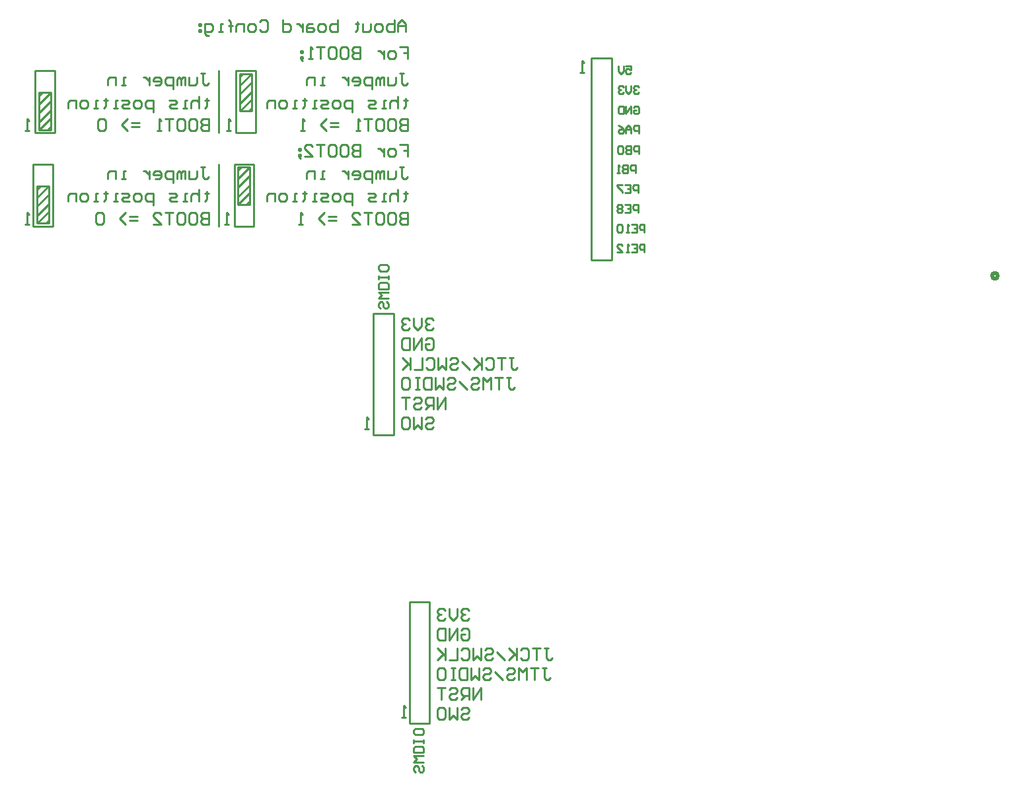
<source format=gbo>
G04*
G04 #@! TF.GenerationSoftware,Altium Limited,Altium Designer,22.4.2 (48)*
G04*
G04 Layer_Color=32896*
%FSLAX25Y25*%
%MOIN*%
G70*
G04*
G04 #@! TF.SameCoordinates,507B7574-AD96-49B3-9928-A38505287C88*
G04*
G04*
G04 #@! TF.FilePolarity,Positive*
G04*
G01*
G75*
%ADD14C,0.01000*%
%ADD17C,0.02000*%
D14*
X147638Y395276D02*
X153543D01*
X147638Y414173D02*
X153543D01*
Y395276D02*
Y414173D01*
X147638Y395276D02*
Y414173D01*
X427165Y376772D02*
X437402D01*
X427165Y478740D02*
X437402D01*
Y376772D02*
Y478740D01*
X427165Y376772D02*
Y478740D01*
X317323Y288583D02*
X327559D01*
X317323Y349606D02*
X327559D01*
Y288583D02*
Y349606D01*
X317323Y288583D02*
Y349606D01*
X249016Y404724D02*
X254921D01*
X249016Y423622D02*
X254921D01*
Y404724D02*
Y423622D01*
X249016Y404724D02*
Y423622D01*
X145669Y393701D02*
X155512D01*
X145669Y425197D02*
X155512D01*
Y393701D02*
Y425197D01*
X145669Y393701D02*
Y425197D01*
X148622Y442520D02*
X154528D01*
X148622Y461417D02*
X154528D01*
Y442520D02*
Y461417D01*
X148622Y442520D02*
Y461417D01*
X146653Y440945D02*
X156496D01*
X146653Y472441D02*
X156496D01*
Y440945D02*
Y472441D01*
X146653Y440945D02*
Y472441D01*
X247047Y393701D02*
X256890D01*
X247047Y425197D02*
X256890D01*
Y393701D02*
Y425197D01*
X247047Y393701D02*
Y425197D01*
X248031Y440945D02*
X257874D01*
X248031Y472441D02*
X257874D01*
Y440945D02*
Y472441D01*
X248031Y440945D02*
Y472441D01*
X335433Y142913D02*
X345669D01*
X335433Y203937D02*
X345669D01*
Y142913D02*
Y203937D01*
X335433Y142913D02*
Y203937D01*
X250000Y451968D02*
X255906D01*
X250000Y470866D02*
X255906D01*
Y451968D02*
Y470866D01*
X250000Y451968D02*
Y470866D01*
X239173Y393701D02*
Y425197D01*
X249016Y422047D02*
X250590Y423622D01*
X253346Y404724D02*
X254921Y406299D01*
X249016Y413386D02*
X254921Y419291D01*
X249016Y408661D02*
X254921Y414567D01*
X249016Y404724D02*
X254921Y410630D01*
X249016Y417717D02*
X254921Y423622D01*
X151969Y414173D02*
X153543D01*
X147638Y412598D02*
X149213Y414173D01*
X147638Y408268D02*
X153543Y414173D01*
X147638Y403937D02*
X153543Y409842D01*
X147638Y399213D02*
X153543Y405118D01*
X147638Y395276D02*
X153543Y401181D01*
X151969Y395276D02*
X153543Y396850D01*
X152953Y442520D02*
X154528Y444095D01*
X148622Y442520D02*
X154528Y448425D01*
X148622Y446457D02*
X154528Y452362D01*
X148622Y451181D02*
X154528Y457087D01*
X148622Y455512D02*
X154528Y461417D01*
X148622Y459842D02*
X150197Y461417D01*
X152953Y461417D02*
X154528D01*
X250000Y464961D02*
X255906Y470866D01*
X250000Y451968D02*
X255906Y457874D01*
X250000Y455905D02*
X255906Y461811D01*
X250000Y460630D02*
X255906Y466535D01*
X254331Y451968D02*
X255906Y453543D01*
X250000Y469291D02*
X251575Y470866D01*
X239173Y440945D02*
Y472441D01*
X333646Y492141D02*
Y496077D01*
X331678Y498045D01*
X329710Y496077D01*
Y492141D01*
Y495093D01*
X333646D01*
X327742Y498045D02*
Y492141D01*
X324790D01*
X323806Y493125D01*
Y494109D01*
Y495093D01*
X324790Y496077D01*
X327742D01*
X320854Y492141D02*
X318887D01*
X317903Y493125D01*
Y495093D01*
X318887Y496077D01*
X320854D01*
X321838Y495093D01*
Y493125D01*
X320854Y492141D01*
X315935Y496077D02*
Y493125D01*
X314951Y492141D01*
X311999D01*
Y496077D01*
X309047Y497061D02*
Y496077D01*
X310031D01*
X308063D01*
X309047D01*
Y493125D01*
X308063Y492141D01*
X299208Y498045D02*
Y492141D01*
X296256D01*
X295272Y493125D01*
Y494109D01*
Y495093D01*
X296256Y496077D01*
X299208D01*
X292320Y492141D02*
X290353D01*
X289369Y493125D01*
Y495093D01*
X290353Y496077D01*
X292320D01*
X293304Y495093D01*
Y493125D01*
X292320Y492141D01*
X286417Y496077D02*
X284449D01*
X283465Y495093D01*
Y492141D01*
X286417D01*
X287401Y493125D01*
X286417Y494109D01*
X283465D01*
X281497Y496077D02*
Y492141D01*
Y494109D01*
X280513Y495093D01*
X279529Y496077D01*
X278545D01*
X271658Y498045D02*
Y492141D01*
X274610D01*
X275594Y493125D01*
Y495093D01*
X274610Y496077D01*
X271658D01*
X259851Y497061D02*
X260835Y498045D01*
X262803D01*
X263786Y497061D01*
Y493125D01*
X262803Y492141D01*
X260835D01*
X259851Y493125D01*
X256899Y492141D02*
X254931D01*
X253947Y493125D01*
Y495093D01*
X254931Y496077D01*
X256899D01*
X257883Y495093D01*
Y493125D01*
X256899Y492141D01*
X251979D02*
Y496077D01*
X249027D01*
X248043Y495093D01*
Y492141D01*
X245092D02*
Y497061D01*
Y495093D01*
X246076D01*
X244108D01*
X245092D01*
Y497061D01*
X244108Y498045D01*
X241156Y492141D02*
X239188D01*
X240172D01*
Y496077D01*
X241156D01*
X234268Y490173D02*
X233284D01*
X232300Y491157D01*
Y496077D01*
X235252D01*
X236236Y495093D01*
Y493125D01*
X235252Y492141D01*
X232300D01*
X230333Y496077D02*
X229349D01*
Y495093D01*
X230333D01*
Y496077D01*
Y493125D02*
X229349D01*
Y492141D01*
X230333D01*
Y493125D01*
X384692Y317549D02*
X386691D01*
X385691D01*
Y312551D01*
X386691Y311551D01*
X387691D01*
X388690Y312551D01*
X382692Y317549D02*
X378694D01*
X380693D01*
Y311551D01*
X376694D02*
Y317549D01*
X374695Y315550D01*
X372695Y317549D01*
Y311551D01*
X366697Y316550D02*
X367697Y317549D01*
X369696D01*
X370696Y316550D01*
Y315550D01*
X369696Y314550D01*
X367697D01*
X366697Y313550D01*
Y312551D01*
X367697Y311551D01*
X369696D01*
X370696Y312551D01*
X364698Y311551D02*
X360699Y315550D01*
X354701Y316550D02*
X355701Y317549D01*
X357700D01*
X358700Y316550D01*
Y315550D01*
X357700Y314550D01*
X355701D01*
X354701Y313550D01*
Y312551D01*
X355701Y311551D01*
X357700D01*
X358700Y312551D01*
X352702Y317549D02*
Y311551D01*
X350703Y313550D01*
X348703Y311551D01*
Y317549D01*
X346704D02*
Y311551D01*
X343705D01*
X342705Y312551D01*
Y316550D01*
X343705Y317549D01*
X346704D01*
X340706D02*
X338706D01*
X339706D01*
Y311551D01*
X340706D01*
X338706D01*
X332708Y317549D02*
X334708D01*
X335707Y316550D01*
Y312551D01*
X334708Y311551D01*
X332708D01*
X331709Y312551D01*
Y316550D01*
X332708Y317549D01*
X365420Y199896D02*
X364420Y200896D01*
X362421D01*
X361421Y199896D01*
Y198896D01*
X362421Y197897D01*
X363421D01*
X362421D01*
X361421Y196897D01*
Y195897D01*
X362421Y194898D01*
X364420D01*
X365420Y195897D01*
X359422Y200896D02*
Y196897D01*
X357423Y194898D01*
X355423Y196897D01*
Y200896D01*
X353424Y199896D02*
X352424Y200896D01*
X350425D01*
X349425Y199896D01*
Y198896D01*
X350425Y197897D01*
X351425D01*
X350425D01*
X349425Y196897D01*
Y195897D01*
X350425Y194898D01*
X352424D01*
X353424Y195897D01*
X402408Y170896D02*
X404407D01*
X403408D01*
Y165897D01*
X404407Y164898D01*
X405407D01*
X406407Y165897D01*
X400409Y170896D02*
X396410D01*
X398409D01*
Y164898D01*
X394411D02*
Y170896D01*
X392411Y168896D01*
X390412Y170896D01*
Y164898D01*
X384414Y169896D02*
X385414Y170896D01*
X387413D01*
X388413Y169896D01*
Y168896D01*
X387413Y167897D01*
X385414D01*
X384414Y166897D01*
Y165897D01*
X385414Y164898D01*
X387413D01*
X388413Y165897D01*
X382415Y164898D02*
X378416Y168896D01*
X372418Y169896D02*
X373417Y170896D01*
X375417D01*
X376416Y169896D01*
Y168896D01*
X375417Y167897D01*
X373417D01*
X372418Y166897D01*
Y165897D01*
X373417Y164898D01*
X375417D01*
X376416Y165897D01*
X370418Y170896D02*
Y164898D01*
X368419Y166897D01*
X366420Y164898D01*
Y170896D01*
X364420D02*
Y164898D01*
X361421D01*
X360422Y165897D01*
Y169896D01*
X361421Y170896D01*
X364420D01*
X358422D02*
X356423D01*
X357423D01*
Y164898D01*
X358422D01*
X356423D01*
X350425Y170896D02*
X352424D01*
X353424Y169896D01*
Y165897D01*
X352424Y164898D01*
X350425D01*
X349425Y165897D01*
Y169896D01*
X350425Y170896D01*
X330631Y471137D02*
X332631D01*
X331631D01*
Y466139D01*
X332631Y465139D01*
X333630D01*
X334630Y466139D01*
X328632Y469138D02*
Y466139D01*
X327632Y465139D01*
X324633D01*
Y469138D01*
X322634Y465139D02*
Y469138D01*
X321634D01*
X320635Y468138D01*
Y465139D01*
Y468138D01*
X319635Y469138D01*
X318635Y468138D01*
Y465139D01*
X316636Y463140D02*
Y469138D01*
X313637D01*
X312637Y468138D01*
Y466139D01*
X313637Y465139D01*
X316636D01*
X307639D02*
X309638D01*
X310638Y466139D01*
Y468138D01*
X309638Y469138D01*
X307639D01*
X306639Y468138D01*
Y467138D01*
X310638D01*
X304640Y469138D02*
Y465139D01*
Y467138D01*
X303640Y468138D01*
X302640Y469138D01*
X301641D01*
X292643Y465139D02*
X290644D01*
X291644D01*
Y469138D01*
X292643D01*
X287645Y465139D02*
Y469138D01*
X284646D01*
X283646Y468138D01*
Y465139D01*
X333630Y458540D02*
Y457541D01*
X334630D01*
X332631D01*
X333630D01*
Y454542D01*
X332631Y453542D01*
X329632Y459540D02*
Y453542D01*
Y456541D01*
X328632Y457541D01*
X326632D01*
X325633Y456541D01*
Y453542D01*
X323634D02*
X321634D01*
X322634D01*
Y457541D01*
X323634D01*
X318635Y453542D02*
X315636D01*
X314636Y454542D01*
X315636Y455541D01*
X317635D01*
X318635Y456541D01*
X317635Y457541D01*
X314636D01*
X306639Y451543D02*
Y457541D01*
X303640D01*
X302640Y456541D01*
Y454542D01*
X303640Y453542D01*
X306639D01*
X299641D02*
X297642D01*
X296642Y454542D01*
Y456541D01*
X297642Y457541D01*
X299641D01*
X300641Y456541D01*
Y454542D01*
X299641Y453542D01*
X294643D02*
X291644D01*
X290644Y454542D01*
X291644Y455541D01*
X293643D01*
X294643Y456541D01*
X293643Y457541D01*
X290644D01*
X288645Y453542D02*
X286646D01*
X287645D01*
Y457541D01*
X288645D01*
X282647Y458540D02*
Y457541D01*
X283646D01*
X281647D01*
X282647D01*
Y454542D01*
X281647Y453542D01*
X278648D02*
X276649D01*
X277648D01*
Y457541D01*
X278648D01*
X272650Y453542D02*
X270651D01*
X269651Y454542D01*
Y456541D01*
X270651Y457541D01*
X272650D01*
X273650Y456541D01*
Y454542D01*
X272650Y453542D01*
X267652D02*
Y457541D01*
X264653D01*
X263653Y456541D01*
Y453542D01*
X334630Y447943D02*
Y441945D01*
X331631D01*
X330631Y442945D01*
Y443944D01*
X331631Y444944D01*
X334630D01*
X331631D01*
X330631Y445944D01*
Y446943D01*
X331631Y447943D01*
X334630D01*
X325633D02*
X327632D01*
X328632Y446943D01*
Y442945D01*
X327632Y441945D01*
X325633D01*
X324633Y442945D01*
Y446943D01*
X325633Y447943D01*
X319635D02*
X321634D01*
X322634Y446943D01*
Y442945D01*
X321634Y441945D01*
X319635D01*
X318635Y442945D01*
Y446943D01*
X319635Y447943D01*
X316636D02*
X312637D01*
X314636D01*
Y441945D01*
X310638D02*
X308638D01*
X309638D01*
Y447943D01*
X310638Y446943D01*
X299641Y443944D02*
X295642D01*
X299641Y445944D02*
X295642D01*
X293643Y441945D02*
X290644Y444944D01*
X293643Y447943D01*
X282647Y441945D02*
X280647D01*
X281647D01*
Y447943D01*
X282647Y446943D01*
X371418Y154898D02*
Y160896D01*
X367419Y154898D01*
Y160896D01*
X365420Y154898D02*
Y160896D01*
X362421D01*
X361421Y159896D01*
Y157897D01*
X362421Y156897D01*
X365420D01*
X363421D02*
X361421Y154898D01*
X355423Y159896D02*
X356423Y160896D01*
X358422D01*
X359422Y159896D01*
Y158896D01*
X358422Y157897D01*
X356423D01*
X355423Y156897D01*
Y155897D01*
X356423Y154898D01*
X358422D01*
X359422Y155897D01*
X353424Y160896D02*
X349425D01*
X351425D01*
Y154898D01*
X343705Y296550D02*
X344705Y297549D01*
X346704D01*
X347704Y296550D01*
Y295550D01*
X346704Y294550D01*
X344705D01*
X343705Y293550D01*
Y292551D01*
X344705Y291551D01*
X346704D01*
X347704Y292551D01*
X341705Y297549D02*
Y291551D01*
X339706Y293550D01*
X337707Y291551D01*
Y297549D01*
X332708D02*
X334708D01*
X335707Y296550D01*
Y292551D01*
X334708Y291551D01*
X332708D01*
X331709Y292551D01*
Y296550D01*
X332708Y297549D01*
X230238Y471137D02*
X232237D01*
X231237D01*
Y466139D01*
X232237Y465139D01*
X233237D01*
X234236Y466139D01*
X228238Y469138D02*
Y466139D01*
X227238Y465139D01*
X224239D01*
Y469138D01*
X222240Y465139D02*
Y469138D01*
X221240D01*
X220241Y468138D01*
Y465139D01*
Y468138D01*
X219241Y469138D01*
X218241Y468138D01*
Y465139D01*
X216242Y463140D02*
Y469138D01*
X213243D01*
X212243Y468138D01*
Y466139D01*
X213243Y465139D01*
X216242D01*
X207245D02*
X209244D01*
X210244Y466139D01*
Y468138D01*
X209244Y469138D01*
X207245D01*
X206245Y468138D01*
Y467138D01*
X210244D01*
X204246Y469138D02*
Y465139D01*
Y467138D01*
X203246Y468138D01*
X202247Y469138D01*
X201247D01*
X192250Y465139D02*
X190251D01*
X191250D01*
Y469138D01*
X192250D01*
X187251Y465139D02*
Y469138D01*
X184252D01*
X183253Y468138D01*
Y465139D01*
X233237Y458540D02*
Y457541D01*
X234236D01*
X232237D01*
X233237D01*
Y454542D01*
X232237Y453542D01*
X229238Y459540D02*
Y453542D01*
Y456541D01*
X228238Y457541D01*
X226239D01*
X225239Y456541D01*
Y453542D01*
X223240D02*
X221240D01*
X222240D01*
Y457541D01*
X223240D01*
X218241Y453542D02*
X215242D01*
X214243Y454542D01*
X215242Y455541D01*
X217242D01*
X218241Y456541D01*
X217242Y457541D01*
X214243D01*
X206245Y451543D02*
Y457541D01*
X203246D01*
X202247Y456541D01*
Y454542D01*
X203246Y453542D01*
X206245D01*
X199248D02*
X197248D01*
X196248Y454542D01*
Y456541D01*
X197248Y457541D01*
X199248D01*
X200247Y456541D01*
Y454542D01*
X199248Y453542D01*
X194249D02*
X191250D01*
X190251Y454542D01*
X191250Y455541D01*
X193249D01*
X194249Y456541D01*
X193249Y457541D01*
X190251D01*
X188251Y453542D02*
X186252D01*
X187251D01*
Y457541D01*
X188251D01*
X182253Y458540D02*
Y457541D01*
X183253D01*
X181253D01*
X182253D01*
Y454542D01*
X181253Y453542D01*
X178254D02*
X176255D01*
X177255D01*
Y457541D01*
X178254D01*
X172256Y453542D02*
X170257D01*
X169257Y454542D01*
Y456541D01*
X170257Y457541D01*
X172256D01*
X173256Y456541D01*
Y454542D01*
X172256Y453542D01*
X167258D02*
Y457541D01*
X164259D01*
X163259Y456541D01*
Y453542D01*
X234236Y447943D02*
Y441945D01*
X231237D01*
X230238Y442945D01*
Y443944D01*
X231237Y444944D01*
X234236D01*
X231237D01*
X230238Y445944D01*
Y446943D01*
X231237Y447943D01*
X234236D01*
X225239D02*
X227238D01*
X228238Y446943D01*
Y442945D01*
X227238Y441945D01*
X225239D01*
X224239Y442945D01*
Y446943D01*
X225239Y447943D01*
X219241D02*
X221240D01*
X222240Y446943D01*
Y442945D01*
X221240Y441945D01*
X219241D01*
X218241Y442945D01*
Y446943D01*
X219241Y447943D01*
X216242D02*
X212243D01*
X214243D01*
Y441945D01*
X210244D02*
X208245D01*
X209244D01*
Y447943D01*
X210244Y446943D01*
X199248Y443944D02*
X195249D01*
X199248Y445944D02*
X195249D01*
X193249Y441945D02*
X190251Y444944D01*
X193249Y447943D01*
X182253Y446943D02*
X181253Y447943D01*
X179254D01*
X178254Y446943D01*
Y442945D01*
X179254Y441945D01*
X181253D01*
X182253Y442945D01*
Y446943D01*
X361421Y189896D02*
X362421Y190896D01*
X364420D01*
X365420Y189896D01*
Y185897D01*
X364420Y184898D01*
X362421D01*
X361421Y185897D01*
Y187897D01*
X363421D01*
X359422Y184898D02*
Y190896D01*
X355423Y184898D01*
Y190896D01*
X353424D02*
Y184898D01*
X350425D01*
X349425Y185897D01*
Y189896D01*
X350425Y190896D01*
X353424D01*
X347704Y346550D02*
X346704Y347549D01*
X344705D01*
X343705Y346550D01*
Y345550D01*
X344705Y344550D01*
X345704D01*
X344705D01*
X343705Y343550D01*
Y342551D01*
X344705Y341551D01*
X346704D01*
X347704Y342551D01*
X341705Y347549D02*
Y343550D01*
X339706Y341551D01*
X337707Y343550D01*
Y347549D01*
X335707Y346550D02*
X334708Y347549D01*
X332708D01*
X331709Y346550D01*
Y345550D01*
X332708Y344550D01*
X333708D01*
X332708D01*
X331709Y343550D01*
Y342551D01*
X332708Y341551D01*
X334708D01*
X335707Y342551D01*
X330631Y423893D02*
X332631D01*
X331631D01*
Y418894D01*
X332631Y417895D01*
X333630D01*
X334630Y418894D01*
X328632Y421894D02*
Y418894D01*
X327632Y417895D01*
X324633D01*
Y421894D01*
X322634Y417895D02*
Y421894D01*
X321634D01*
X320635Y420894D01*
Y417895D01*
Y420894D01*
X319635Y421894D01*
X318635Y420894D01*
Y417895D01*
X316636Y415896D02*
Y421894D01*
X313637D01*
X312637Y420894D01*
Y418894D01*
X313637Y417895D01*
X316636D01*
X307639D02*
X309638D01*
X310638Y418894D01*
Y420894D01*
X309638Y421894D01*
X307639D01*
X306639Y420894D01*
Y419894D01*
X310638D01*
X304640Y421894D02*
Y417895D01*
Y419894D01*
X303640Y420894D01*
X302640Y421894D01*
X301641D01*
X292643Y417895D02*
X290644D01*
X291644D01*
Y421894D01*
X292643D01*
X287645Y417895D02*
Y421894D01*
X284646D01*
X283646Y420894D01*
Y417895D01*
X333630Y411296D02*
Y410296D01*
X334630D01*
X332631D01*
X333630D01*
Y407298D01*
X332631Y406298D01*
X329631Y412296D02*
Y406298D01*
Y409297D01*
X328632Y410296D01*
X326632D01*
X325633Y409297D01*
Y406298D01*
X323634D02*
X321634D01*
X322634D01*
Y410296D01*
X323634D01*
X318635Y406298D02*
X315636D01*
X314636Y407298D01*
X315636Y408297D01*
X317635D01*
X318635Y409297D01*
X317635Y410296D01*
X314636D01*
X306639Y404298D02*
Y410296D01*
X303640D01*
X302640Y409297D01*
Y407298D01*
X303640Y406298D01*
X306639D01*
X299641D02*
X297642D01*
X296642Y407298D01*
Y409297D01*
X297642Y410296D01*
X299641D01*
X300641Y409297D01*
Y407298D01*
X299641Y406298D01*
X294643D02*
X291644D01*
X290644Y407298D01*
X291644Y408297D01*
X293643D01*
X294643Y409297D01*
X293643Y410296D01*
X290644D01*
X288645Y406298D02*
X286645D01*
X287645D01*
Y410296D01*
X288645D01*
X282647Y411296D02*
Y410296D01*
X283646D01*
X281647D01*
X282647D01*
Y407298D01*
X281647Y406298D01*
X278648D02*
X276649D01*
X277648D01*
Y410296D01*
X278648D01*
X272650Y406298D02*
X270651D01*
X269651Y407298D01*
Y409297D01*
X270651Y410296D01*
X272650D01*
X273650Y409297D01*
Y407298D01*
X272650Y406298D01*
X267652D02*
Y410296D01*
X264653D01*
X263653Y409297D01*
Y406298D01*
X334630Y400699D02*
Y394701D01*
X331631D01*
X330631Y395701D01*
Y396700D01*
X331631Y397700D01*
X334630D01*
X331631D01*
X330631Y398699D01*
Y399699D01*
X331631Y400699D01*
X334630D01*
X325633D02*
X327632D01*
X328632Y399699D01*
Y395701D01*
X327632Y394701D01*
X325633D01*
X324633Y395701D01*
Y399699D01*
X325633Y400699D01*
X319635D02*
X321634D01*
X322634Y399699D01*
Y395701D01*
X321634Y394701D01*
X319635D01*
X318635Y395701D01*
Y399699D01*
X319635Y400699D01*
X316636D02*
X312637D01*
X314636D01*
Y394701D01*
X306639D02*
X310638D01*
X306639Y398699D01*
Y399699D01*
X307639Y400699D01*
X309638D01*
X310638Y399699D01*
X298642Y396700D02*
X294643D01*
X298642Y398699D02*
X294643D01*
X292643Y394701D02*
X289645Y397700D01*
X292643Y400699D01*
X281647Y394701D02*
X279648D01*
X280647D01*
Y400699D01*
X281647Y399699D01*
X343705Y336550D02*
X344705Y337549D01*
X346704D01*
X347704Y336550D01*
Y332551D01*
X346704Y331551D01*
X344705D01*
X343705Y332551D01*
Y334550D01*
X345704D01*
X341705Y331551D02*
Y337549D01*
X337707Y331551D01*
Y337549D01*
X335707D02*
Y331551D01*
X332708D01*
X331709Y332551D01*
Y336550D01*
X332708Y337549D01*
X335707D01*
X353702Y301551D02*
Y307549D01*
X349703Y301551D01*
Y307549D01*
X347704Y301551D02*
Y307549D01*
X344705D01*
X343705Y306550D01*
Y304550D01*
X344705Y303551D01*
X347704D01*
X345704D02*
X343705Y301551D01*
X337707Y306550D02*
X338706Y307549D01*
X340706D01*
X341705Y306550D01*
Y305550D01*
X340706Y304550D01*
X338706D01*
X337707Y303551D01*
Y302551D01*
X338706Y301551D01*
X340706D01*
X341705Y302551D01*
X335707Y307549D02*
X331709D01*
X333708D01*
Y301551D01*
X361421Y149896D02*
X362421Y150896D01*
X364420D01*
X365420Y149896D01*
Y148896D01*
X364420Y147897D01*
X362421D01*
X361421Y146897D01*
Y145897D01*
X362421Y144898D01*
X364420D01*
X365420Y145897D01*
X359422Y150896D02*
Y144898D01*
X357423Y146897D01*
X355423Y144898D01*
Y150896D01*
X350425D02*
X352424D01*
X353424Y149896D01*
Y145897D01*
X352424Y144898D01*
X350425D01*
X349425Y145897D01*
Y149896D01*
X350425Y150896D01*
X230238Y423893D02*
X232237D01*
X231237D01*
Y418894D01*
X232237Y417895D01*
X233237D01*
X234236Y418894D01*
X228238Y421894D02*
Y418894D01*
X227238Y417895D01*
X224239D01*
Y421894D01*
X222240Y417895D02*
Y421894D01*
X221240D01*
X220241Y420894D01*
Y417895D01*
Y420894D01*
X219241Y421894D01*
X218241Y420894D01*
Y417895D01*
X216242Y415896D02*
Y421894D01*
X213243D01*
X212243Y420894D01*
Y418894D01*
X213243Y417895D01*
X216242D01*
X207245D02*
X209244D01*
X210244Y418894D01*
Y420894D01*
X209244Y421894D01*
X207245D01*
X206245Y420894D01*
Y419894D01*
X210244D01*
X204246Y421894D02*
Y417895D01*
Y419894D01*
X203246Y420894D01*
X202247Y421894D01*
X201247D01*
X192250Y417895D02*
X190251D01*
X191250D01*
Y421894D01*
X192250D01*
X187251Y417895D02*
Y421894D01*
X184252D01*
X183253Y420894D01*
Y417895D01*
X233237Y411296D02*
Y410296D01*
X234236D01*
X232237D01*
X233237D01*
Y407298D01*
X232237Y406298D01*
X229238Y412296D02*
Y406298D01*
Y409297D01*
X228238Y410296D01*
X226239D01*
X225239Y409297D01*
Y406298D01*
X223240D02*
X221240D01*
X222240D01*
Y410296D01*
X223240D01*
X218241Y406298D02*
X215242D01*
X214243Y407298D01*
X215242Y408297D01*
X217242D01*
X218241Y409297D01*
X217242Y410296D01*
X214243D01*
X206245Y404298D02*
Y410296D01*
X203246D01*
X202247Y409297D01*
Y407298D01*
X203246Y406298D01*
X206245D01*
X199248D02*
X197248D01*
X196248Y407298D01*
Y409297D01*
X197248Y410296D01*
X199248D01*
X200247Y409297D01*
Y407298D01*
X199248Y406298D01*
X194249D02*
X191250D01*
X190251Y407298D01*
X191250Y408297D01*
X193249D01*
X194249Y409297D01*
X193249Y410296D01*
X190251D01*
X188251Y406298D02*
X186252D01*
X187251D01*
Y410296D01*
X188251D01*
X182253Y411296D02*
Y410296D01*
X183253D01*
X181253D01*
X182253D01*
Y407298D01*
X181253Y406298D01*
X178254D02*
X176255D01*
X177255D01*
Y410296D01*
X178254D01*
X172256Y406298D02*
X170257D01*
X169257Y407298D01*
Y409297D01*
X170257Y410296D01*
X172256D01*
X173256Y409297D01*
Y407298D01*
X172256Y406298D01*
X167258D02*
Y410296D01*
X164259D01*
X163259Y409297D01*
Y406298D01*
X234236Y400699D02*
Y394701D01*
X231237D01*
X230238Y395701D01*
Y396700D01*
X231237Y397700D01*
X234236D01*
X231237D01*
X230238Y398699D01*
Y399699D01*
X231237Y400699D01*
X234236D01*
X225239D02*
X227238D01*
X228238Y399699D01*
Y395701D01*
X227238Y394701D01*
X225239D01*
X224239Y395701D01*
Y399699D01*
X225239Y400699D01*
X219241D02*
X221240D01*
X222240Y399699D01*
Y395701D01*
X221240Y394701D01*
X219241D01*
X218241Y395701D01*
Y399699D01*
X219241Y400699D01*
X216242D02*
X212243D01*
X214243D01*
Y394701D01*
X206245D02*
X210244D01*
X206245Y398699D01*
Y399699D01*
X207245Y400699D01*
X209244D01*
X210244Y399699D01*
X198248Y396700D02*
X194249D01*
X198248Y398699D02*
X194249D01*
X192250Y394701D02*
X189251Y397700D01*
X192250Y400699D01*
X181253Y399699D02*
X180254Y400699D01*
X178254D01*
X177255Y399699D01*
Y395701D01*
X178254Y394701D01*
X180254D01*
X181253Y395701D01*
Y399699D01*
X423410Y471472D02*
X421410D01*
X422410D01*
Y477470D01*
X423410Y476471D01*
X451259Y440764D02*
Y444699D01*
X449291D01*
X448635Y444044D01*
Y442732D01*
X449291Y442076D01*
X451259D01*
X447323Y440764D02*
Y443388D01*
X446011Y444699D01*
X444699Y443388D01*
Y440764D01*
Y442732D01*
X447323D01*
X440764Y444699D02*
X442076Y444044D01*
X443388Y442732D01*
Y441420D01*
X442732Y440764D01*
X441420D01*
X440764Y441420D01*
Y442076D01*
X441420Y442732D01*
X443388D01*
X454043Y380685D02*
Y384621D01*
X452075D01*
X451419Y383965D01*
Y382653D01*
X452075Y381997D01*
X454043D01*
X447484Y384621D02*
X450108D01*
Y380685D01*
X447484D01*
X450108Y382653D02*
X448796D01*
X446172Y380685D02*
X444860D01*
X445516D01*
Y384621D01*
X446172Y383965D01*
X440268Y380685D02*
X442892D01*
X440268Y383309D01*
Y383965D01*
X440924Y384621D01*
X442236D01*
X442892Y383965D01*
X454043Y390685D02*
Y394621D01*
X452075D01*
X451419Y393965D01*
Y392653D01*
X452075Y391997D01*
X454043D01*
X447484Y394621D02*
X450108D01*
Y390685D01*
X447484D01*
X450108Y392653D02*
X448796D01*
X446172Y390685D02*
X444860D01*
X445516D01*
Y394621D01*
X446172Y393965D01*
X442892D02*
X442236Y394621D01*
X440924D01*
X440268Y393965D01*
Y391341D01*
X440924Y390685D01*
X442236D01*
X442892Y391341D01*
Y393965D01*
X450764Y400685D02*
Y404621D01*
X448796D01*
X448140Y403965D01*
Y402653D01*
X448796Y401997D01*
X450764D01*
X444204Y404621D02*
X446828D01*
Y400685D01*
X444204D01*
X446828Y402653D02*
X445516D01*
X442892Y403965D02*
X442236Y404621D01*
X440924D01*
X440268Y403965D01*
Y403309D01*
X440924Y402653D01*
X440268Y401997D01*
Y401341D01*
X440924Y400685D01*
X442236D01*
X442892Y401341D01*
Y401997D01*
X442236Y402653D01*
X442892Y403309D01*
Y403965D01*
X442236Y402653D02*
X440924D01*
X450764Y410685D02*
Y414621D01*
X448796D01*
X448140Y413965D01*
Y412653D01*
X448796Y411997D01*
X450764D01*
X444204Y414621D02*
X446828D01*
Y410685D01*
X444204D01*
X446828Y412653D02*
X445516D01*
X442892Y414621D02*
X440268D01*
Y413965D01*
X442892Y411341D01*
Y410685D01*
X449452Y420685D02*
Y424621D01*
X447484D01*
X446828Y423965D01*
Y422653D01*
X447484Y421997D01*
X449452D01*
X445516Y424621D02*
Y420685D01*
X443548D01*
X442892Y421341D01*
Y421997D01*
X443548Y422653D01*
X445516D01*
X443548D01*
X442892Y423309D01*
Y423965D01*
X443548Y424621D01*
X445516D01*
X441580Y420685D02*
X440268D01*
X440924D01*
Y424621D01*
X441580Y423965D01*
X451157Y430528D02*
Y434463D01*
X449189D01*
X448533Y433807D01*
Y432495D01*
X449189Y431840D01*
X451157D01*
X447222Y434463D02*
Y430528D01*
X445254D01*
X444598Y431183D01*
Y431840D01*
X445254Y432495D01*
X447222D01*
X445254D01*
X444598Y433151D01*
Y433807D01*
X445254Y434463D01*
X447222D01*
X443286Y433807D02*
X442630Y434463D01*
X441318D01*
X440662Y433807D01*
Y431183D01*
X441318Y430528D01*
X442630D01*
X443286Y431183D01*
Y433807D01*
X448635Y453886D02*
X449291Y454542D01*
X450603D01*
X451259Y453886D01*
Y451262D01*
X450603Y450606D01*
X449291D01*
X448635Y451262D01*
Y452574D01*
X449947D01*
X447323Y450606D02*
Y454542D01*
X444699Y450606D01*
Y454542D01*
X443388D02*
Y450606D01*
X441420D01*
X440764Y451262D01*
Y453886D01*
X441420Y454542D01*
X443388D01*
X451259Y464122D02*
X450603Y464778D01*
X449291D01*
X448635Y464122D01*
Y463466D01*
X449291Y462810D01*
X449947D01*
X449291D01*
X448635Y462154D01*
Y461498D01*
X449291Y460843D01*
X450603D01*
X451259Y461498D01*
X447323Y464778D02*
Y462154D01*
X446011Y460843D01*
X444699Y462154D01*
Y464778D01*
X443388Y464122D02*
X442732Y464778D01*
X441420D01*
X440764Y464122D01*
Y463466D01*
X441420Y462810D01*
X442076D01*
X441420D01*
X440764Y462154D01*
Y461498D01*
X441420Y460843D01*
X442732D01*
X443388Y461498D01*
X444699Y474621D02*
X447323D01*
Y472653D01*
X446011Y473309D01*
X445356D01*
X444699Y472653D01*
Y471341D01*
X445356Y470685D01*
X446667D01*
X447323Y471341D01*
X443388Y474621D02*
Y471997D01*
X442076Y470685D01*
X440764Y471997D01*
Y474621D01*
X403466Y180896D02*
X405465D01*
X404465D01*
Y175897D01*
X405465Y174898D01*
X406465D01*
X407465Y175897D01*
X401467Y180896D02*
X397468D01*
X399467D01*
Y174898D01*
X391470Y179896D02*
X392469Y180896D01*
X394469D01*
X395468Y179896D01*
Y175897D01*
X394469Y174898D01*
X392469D01*
X391470Y175897D01*
X389470Y180896D02*
Y174898D01*
Y176897D01*
X385472Y180896D01*
X388471Y177897D01*
X385472Y174898D01*
X383472D02*
X379474Y178896D01*
X373476Y179896D02*
X374475Y180896D01*
X376475D01*
X377474Y179896D01*
Y178896D01*
X376475Y177897D01*
X374475D01*
X373476Y176897D01*
Y175897D01*
X374475Y174898D01*
X376475D01*
X377474Y175897D01*
X371476Y180896D02*
Y174898D01*
X369477Y176897D01*
X367477Y174898D01*
Y180896D01*
X361479Y179896D02*
X362479Y180896D01*
X364478D01*
X365478Y179896D01*
Y175897D01*
X364478Y174898D01*
X362479D01*
X361479Y175897D01*
X359480Y180896D02*
Y174898D01*
X355481D01*
X353482Y180896D02*
Y174898D01*
Y176897D01*
X349483Y180896D01*
X352482Y177897D01*
X349483Y174898D01*
X385749Y327549D02*
X387749D01*
X386749D01*
Y322551D01*
X387749Y321551D01*
X388748D01*
X389748Y322551D01*
X383750Y327549D02*
X379751D01*
X381751D01*
Y321551D01*
X373753Y326550D02*
X374753Y327549D01*
X376752D01*
X377752Y326550D01*
Y322551D01*
X376752Y321551D01*
X374753D01*
X373753Y322551D01*
X371754Y327549D02*
Y321551D01*
Y323551D01*
X367755Y327549D01*
X370754Y324550D01*
X367755Y321551D01*
X365756D02*
X361757Y325550D01*
X355759Y326550D02*
X356759Y327549D01*
X358758D01*
X359758Y326550D01*
Y325550D01*
X358758Y324550D01*
X356759D01*
X355759Y323551D01*
Y322551D01*
X356759Y321551D01*
X358758D01*
X359758Y322551D01*
X353760Y327549D02*
Y321551D01*
X351760Y323551D01*
X349761Y321551D01*
Y327549D01*
X343763Y326550D02*
X344763Y327549D01*
X346762D01*
X347762Y326550D01*
Y322551D01*
X346762Y321551D01*
X344763D01*
X343763Y322551D01*
X341764Y327549D02*
Y321551D01*
X337765D01*
X335766Y327549D02*
Y321551D01*
Y323551D01*
X331767Y327549D01*
X334766Y324550D01*
X331767Y321551D01*
X341714Y121406D02*
X342534Y120586D01*
Y118946D01*
X341714Y118126D01*
X340894D01*
X340074Y118946D01*
Y120586D01*
X339254Y121406D01*
X338434D01*
X337614Y120586D01*
Y118946D01*
X338434Y118126D01*
X342534Y123046D02*
X337614D01*
X339254Y124686D01*
X337614Y126325D01*
X342534D01*
Y127965D02*
X337614D01*
Y130425D01*
X338434Y131245D01*
X341714D01*
X342534Y130425D01*
Y127965D01*
Y132885D02*
Y134525D01*
Y133705D01*
X337614D01*
Y132885D01*
Y134525D01*
X342534Y139444D02*
Y137805D01*
X341714Y136985D01*
X338434D01*
X337614Y137805D01*
Y139444D01*
X338434Y140264D01*
X341714D01*
X342534Y139444D01*
X323997Y355658D02*
X324817Y354838D01*
Y353198D01*
X323997Y352378D01*
X323177D01*
X322358Y353198D01*
Y354838D01*
X321537Y355658D01*
X320718D01*
X319898Y354838D01*
Y353198D01*
X320718Y352378D01*
X324817Y357298D02*
X319898D01*
X321537Y358938D01*
X319898Y360577D01*
X324817D01*
Y362217D02*
X319898D01*
Y364677D01*
X320718Y365497D01*
X323997D01*
X324817Y364677D01*
Y362217D01*
Y367137D02*
Y368777D01*
Y367957D01*
X319898D01*
Y367137D01*
Y368777D01*
X324817Y373696D02*
Y372057D01*
X323997Y371237D01*
X320718D01*
X319898Y372057D01*
Y373696D01*
X320718Y374517D01*
X323997D01*
X324817Y373696D01*
X143685Y441945D02*
X141686D01*
X142685D01*
Y447943D01*
X143685Y446943D01*
X245063Y441945D02*
X243064D01*
X244063D01*
Y447943D01*
X245063Y446943D01*
X330631Y484376D02*
X334630D01*
Y481377D01*
X332631D01*
X334630D01*
Y478378D01*
X327632D02*
X325633D01*
X324633Y479377D01*
Y481377D01*
X325633Y482376D01*
X327632D01*
X328632Y481377D01*
Y479377D01*
X327632Y478378D01*
X322634Y482376D02*
Y478378D01*
Y480377D01*
X321634Y481377D01*
X320635Y482376D01*
X319635D01*
X310638Y484376D02*
Y478378D01*
X307639D01*
X306639Y479377D01*
Y480377D01*
X307639Y481377D01*
X310638D01*
X307639D01*
X306639Y482376D01*
Y483376D01*
X307639Y484376D01*
X310638D01*
X301641D02*
X303640D01*
X304640Y483376D01*
Y479377D01*
X303640Y478378D01*
X301641D01*
X300641Y479377D01*
Y483376D01*
X301641Y484376D01*
X295642D02*
X297642D01*
X298642Y483376D01*
Y479377D01*
X297642Y478378D01*
X295642D01*
X294643Y479377D01*
Y483376D01*
X295642Y484376D01*
X292643D02*
X288645D01*
X290644D01*
Y478378D01*
X286645D02*
X284646D01*
X285646D01*
Y484376D01*
X286645Y483376D01*
X281647Y481377D02*
Y482376D01*
X280647D01*
Y481377D01*
X281647D01*
Y479377D02*
X280647D01*
Y478378D01*
X281647Y477378D01*
X280647Y478378D02*
X281647D01*
Y479377D01*
X143685Y394701D02*
X141686D01*
X142685D01*
Y400699D01*
X143685Y399699D01*
X314945Y291354D02*
X312946D01*
X313945D01*
Y297352D01*
X314945Y296353D01*
X330631Y435163D02*
X334630D01*
Y432164D01*
X332631D01*
X334630D01*
Y429165D01*
X327632D02*
X325633D01*
X324633Y430165D01*
Y432164D01*
X325633Y433164D01*
X327632D01*
X328632Y432164D01*
Y430165D01*
X327632Y429165D01*
X322634Y433164D02*
Y429165D01*
Y431164D01*
X321634Y432164D01*
X320635Y433164D01*
X319635D01*
X310638Y435163D02*
Y429165D01*
X307639D01*
X306639Y430165D01*
Y431164D01*
X307639Y432164D01*
X310638D01*
X307639D01*
X306639Y433164D01*
Y434163D01*
X307639Y435163D01*
X310638D01*
X301641D02*
X303640D01*
X304640Y434163D01*
Y430165D01*
X303640Y429165D01*
X301641D01*
X300641Y430165D01*
Y434163D01*
X301641Y435163D01*
X295642D02*
X297642D01*
X298642Y434163D01*
Y430165D01*
X297642Y429165D01*
X295642D01*
X294643Y430165D01*
Y434163D01*
X295642Y435163D01*
X292643D02*
X288645D01*
X290644D01*
Y429165D01*
X282647D02*
X286645D01*
X282647Y433164D01*
Y434163D01*
X283646Y435163D01*
X285646D01*
X286645Y434163D01*
X280647Y432164D02*
Y433164D01*
X279648D01*
Y432164D01*
X280647D01*
Y430165D02*
X279648D01*
Y429165D01*
X280647Y428165D01*
X279648Y429165D02*
X280647D01*
Y430165D01*
X244079Y394701D02*
X242079D01*
X243079D01*
Y400699D01*
X244079Y399699D01*
X333646Y145685D02*
X331646D01*
X332646D01*
Y151683D01*
X333646Y150683D01*
D17*
X632366Y368774D02*
G03*
X632366Y368774I-1500J0D01*
G01*
M02*

</source>
